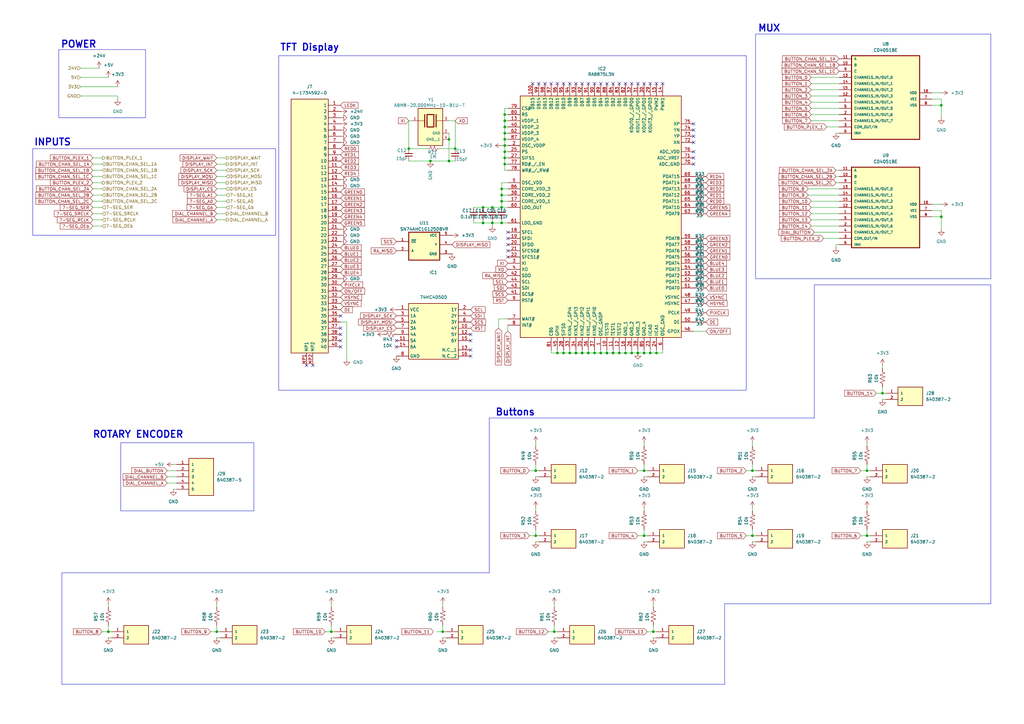
<source format=kicad_sch>
(kicad_sch (version 20231120) (generator "eeschema") (generator_version "8.0")
  (paper "A3")
  (junction (at 184.15 57.15))
  (junction (at 238.76 144.78))
  (junction (at 264.16 144.78))
  (junction (at 44.45 259.08))
  (junction (at 269.24 144.78))
  (junction (at 227.33 259.08))
  (junction (at 256.54 144.78))
  (junction (at 205.74 85.09))
  (junction (at 88.9 259.08))
  (junction (at 135.89 259.08))
  (junction (at 205.74 91.44))
  (junction (at 186.69 60.96))
  (junction (at 386.08 88.9))
  (junction (at 266.7 144.78))
  (junction (at 264.16 219.71))
  (junction (at 201.93 91.44))
  (junction (at 355.6 219.71))
  (junction (at 207.01 54.61))
  (junction (at 207.01 67.31))
  (junction (at 205.74 77.47))
  (junction (at 248.92 144.78))
  (junction (at 207.01 49.53))
  (junction (at 207.01 64.77))
  (junction (at 241.3 144.78))
  (junction (at 259.08 144.78))
  (junction (at 207.01 62.23))
  (junction (at 308.61 219.71))
  (junction (at 251.46 144.78))
  (junction (at 201.93 85.09))
  (junction (at 184.15 66.04))
  (junction (at 207.01 57.15))
  (junction (at 243.84 144.78))
  (junction (at 207.01 46.99))
  (junction (at 361.95 161.29))
  (junction (at 267.97 259.08))
  (junction (at 355.6 193.04))
  (junction (at 198.12 91.44))
  (junction (at 236.22 144.78))
  (junction (at 261.62 144.78))
  (junction (at 246.38 144.78))
  (junction (at 228.6 144.78))
  (junction (at 205.74 80.01))
  (junction (at 207.01 59.69))
  (junction (at 264.16 193.04))
  (junction (at 207.01 52.07))
  (junction (at 254 144.78))
  (junction (at 308.61 193.04))
  (junction (at 181.61 259.08))
  (junction (at 386.08 43.18))
  (junction (at 233.68 144.78))
  (junction (at 231.14 144.78))
  (junction (at 198.12 85.09))
  (junction (at 219.71 193.04))
  (junction (at 167.64 60.96))
  (junction (at 176.53 66.04))
  (junction (at 219.71 219.71))
  (junction (at 205.74 82.55))
  (no_connect (at 248.92 34.29))
  (no_connect (at 254 34.29))
  (no_connect (at 208.28 105.41))
  (no_connect (at 193.04 139.7))
  (no_connect (at 231.14 34.29))
  (no_connect (at 284.48 58.42))
  (no_connect (at 139.7 142.24))
  (no_connect (at 261.62 34.29))
  (no_connect (at 228.6 34.29))
  (no_connect (at 284.48 67.31))
  (no_connect (at 284.48 55.88))
  (no_connect (at 241.3 34.29))
  (no_connect (at 259.08 34.29))
  (no_connect (at 162.56 139.7))
  (no_connect (at 238.76 34.29))
  (no_connect (at 284.48 62.23))
  (no_connect (at 284.48 53.34))
  (no_connect (at 208.28 97.79))
  (no_connect (at 193.04 146.05))
  (no_connect (at 233.68 34.29))
  (no_connect (at 208.28 100.33))
  (no_connect (at 162.56 142.24))
  (no_connect (at 243.84 34.29))
  (no_connect (at 223.52 34.29))
  (no_connect (at 139.7 139.7))
  (no_connect (at 208.28 95.25))
  (no_connect (at 125.73 149.86))
  (no_connect (at 271.78 34.29))
  (no_connect (at 269.24 34.29))
  (no_connect (at 264.16 34.29))
  (no_connect (at 218.44 34.29))
  (no_connect (at 284.48 50.8))
  (no_connect (at 208.28 102.87))
  (no_connect (at 139.7 129.54))
  (no_connect (at 266.7 34.29))
  (no_connect (at 236.22 34.29))
  (no_connect (at 139.7 134.62))
  (no_connect (at 193.04 143.51))
  (no_connect (at 246.38 34.29))
  (no_connect (at 226.06 34.29))
  (no_connect (at 256.54 34.29))
  (no_connect (at 284.48 64.77))
  (no_connect (at 251.46 34.29))
  (no_connect (at 139.7 137.16))
  (no_connect (at 193.04 137.16))
  (no_connect (at 128.27 149.86))
  (no_connect (at 220.98 34.29))
  (wire (pts (xy 205.74 59.69) (xy 207.01 59.69)))
  (wire (pts (xy 41.91 259.08) (xy 44.45 259.08)))
  (wire (pts (xy 207.01 57.15) (xy 207.01 59.69)))
  (wire (pts (xy 331.47 80.01) (xy 344.17 80.01)))
  (wire (pts (xy 267.97 256.54) (xy 267.97 259.08)))
  (wire (pts (xy 92.71 64.77) (xy 88.9 64.77)))
  (wire (pts (xy 41.91 67.31) (xy 38.1 67.31)))
  (wire (pts (xy 207.01 57.15) (xy 208.28 57.15)))
  (wire (pts (xy 33.02 39.37) (xy 48.26 39.37)))
  (wire (pts (xy 382.27 38.1) (xy 386.08 38.1)))
  (wire (pts (xy 309.88 193.04) (xy 308.61 193.04)))
  (wire (pts (xy 205.74 77.47) (xy 205.74 80.01)))
  (wire (pts (xy 332.74 34.29) (xy 344.17 34.29)))
  (wire (pts (xy 306.07 219.71) (xy 308.61 219.71)))
  (wire (pts (xy 208.28 135.89) (xy 208.28 133.35)))
  (wire (pts (xy 217.17 219.71) (xy 219.71 219.71)))
  (wire (pts (xy 180.34 60.96) (xy 186.69 60.96)))
  (wire (pts (xy 167.64 49.53) (xy 168.91 49.53)))
  (wire (pts (xy 92.71 87.63) (xy 88.9 87.63)))
  (wire (pts (xy 137.16 259.08) (xy 135.89 259.08)))
  (wire (pts (xy 386.08 48.26) (xy 386.08 43.18)))
  (polyline (pts (xy 406.4 171.45) (xy 406.4 116.84)))
  (wire (pts (xy 205.74 80.01) (xy 205.74 82.55)))
  (wire (pts (xy 308.61 217.17) (xy 308.61 219.71)))
  (wire (pts (xy 361.95 149.86) (xy 361.95 151.13)))
  (wire (pts (xy 355.6 217.17) (xy 355.6 219.71)))
  (wire (pts (xy 228.6 143.51) (xy 228.6 144.78)))
  (wire (pts (xy 386.08 40.64) (xy 386.08 43.18)))
  (wire (pts (xy 363.22 161.29) (xy 361.95 161.29)))
  (wire (pts (xy 236.22 144.78) (xy 233.68 144.78)))
  (wire (pts (xy 133.35 259.08) (xy 135.89 259.08)))
  (wire (pts (xy 41.91 87.63) (xy 38.1 87.63)))
  (wire (pts (xy 205.74 90.17) (xy 205.74 91.44)))
  (wire (pts (xy 184.15 66.04) (xy 186.69 66.04)))
  (wire (pts (xy 356.87 219.71) (xy 355.6 219.71)))
  (wire (pts (xy 308.61 195.58) (xy 309.88 195.58)))
  (wire (pts (xy 251.46 144.78) (xy 254 144.78)))
  (wire (pts (xy 33.02 31.75) (xy 44.45 31.75)))
  (wire (pts (xy 271.78 144.78) (xy 269.24 144.78)))
  (wire (pts (xy 386.08 93.98) (xy 386.08 88.9)))
  (wire (pts (xy 176.53 66.04) (xy 184.15 66.04)))
  (wire (pts (xy 41.91 82.55) (xy 38.1 82.55)))
  (wire (pts (xy 68.58 195.58) (xy 72.39 195.58)))
  (wire (pts (xy 41.91 80.01) (xy 38.1 80.01)))
  (wire (pts (xy 382.27 86.36) (xy 386.08 86.36)))
  (wire (pts (xy 184.15 57.15) (xy 184.15 66.04)))
  (wire (pts (xy 220.98 219.71) (xy 219.71 219.71)))
  (wire (pts (xy 179.07 259.08) (xy 181.61 259.08)))
  (wire (pts (xy 205.74 91.44) (xy 201.93 91.44)))
  (wire (pts (xy 265.43 219.71) (xy 264.16 219.71)))
  (wire (pts (xy 355.6 208.28) (xy 355.6 209.55)))
  (wire (pts (xy 68.58 193.04) (xy 72.39 193.04)))
  (wire (pts (xy 233.68 144.78) (xy 233.68 143.51)))
  (wire (pts (xy 265.43 193.04) (xy 264.16 193.04)))
  (wire (pts (xy 332.74 92.71) (xy 344.17 92.71)))
  (wire (pts (xy 261.62 193.04) (xy 264.16 193.04)))
  (wire (pts (xy 88.9 256.54) (xy 88.9 259.08)))
  (wire (pts (xy 198.12 90.17) (xy 198.12 91.44)))
  (wire (pts (xy 332.74 49.53) (xy 344.17 49.53)))
  (polyline (pts (xy 406.4 247.65) (xy 406.4 171.45)))
  (polyline (pts (xy 200.66 234.95) (xy 25.4 234.95)))
  (wire (pts (xy 353.06 193.04) (xy 355.6 193.04)))
  (wire (pts (xy 205.74 82.55) (xy 205.74 85.09)))
  (wire (pts (xy 207.01 67.31) (xy 207.01 64.77)))
  (wire (pts (xy 248.92 143.51) (xy 248.92 144.78)))
  (wire (pts (xy 241.3 144.78) (xy 238.76 144.78)))
  (wire (pts (xy 167.64 60.96) (xy 175.26 60.96)))
  (wire (pts (xy 332.74 36.83) (xy 344.17 36.83)))
  (wire (pts (xy 207.01 52.07) (xy 207.01 54.61)))
  (wire (pts (xy 208.28 49.53) (xy 207.01 49.53)))
  (wire (pts (xy 44.45 256.54) (xy 44.45 259.08)))
  (wire (pts (xy 308.61 190.5) (xy 308.61 193.04)))
  (wire (pts (xy 309.88 219.71) (xy 308.61 219.71)))
  (wire (pts (xy 86.36 259.08) (xy 88.9 259.08)))
  (wire (pts (xy 342.9 74.93) (xy 344.17 74.93)))
  (wire (pts (xy 334.01 95.25) (xy 344.17 95.25)))
  (wire (pts (xy 88.9 261.62) (xy 90.17 261.62)))
  (wire (pts (xy 308.61 181.61) (xy 308.61 182.88)))
  (wire (pts (xy 342.9 100.33) (xy 344.17 100.33)))
  (wire (pts (xy 266.7 143.51) (xy 266.7 144.78)))
  (wire (pts (xy 332.74 41.91) (xy 344.17 41.91)))
  (wire (pts (xy 332.74 90.17) (xy 344.17 90.17)))
  (wire (pts (xy 181.61 261.62) (xy 182.88 261.62)))
  (wire (pts (xy 332.74 46.99) (xy 344.17 46.99)))
  (wire (pts (xy 256.54 143.51) (xy 256.54 144.78)))
  (wire (pts (xy 269.24 143.51) (xy 269.24 144.78)))
  (wire (pts (xy 382.27 43.18) (xy 386.08 43.18)))
  (wire (pts (xy 264.16 181.61) (xy 264.16 182.88)))
  (wire (pts (xy 246.38 144.78) (xy 243.84 144.78)))
  (wire (pts (xy 332.74 44.45) (xy 344.17 44.45)))
  (wire (pts (xy 243.84 144.78) (xy 241.3 144.78)))
  (wire (pts (xy 45.72 259.08) (xy 44.45 259.08)))
  (wire (pts (xy 308.61 208.28) (xy 308.61 209.55)))
  (wire (pts (xy 205.74 85.09) (xy 201.93 85.09)))
  (wire (pts (xy 386.08 86.36) (xy 386.08 88.9)))
  (wire (pts (xy 201.93 91.44) (xy 201.93 92.71)))
  (wire (pts (xy 44.45 247.65) (xy 44.45 248.92)))
  (wire (pts (xy 382.27 40.64) (xy 386.08 40.64)))
  (wire (pts (xy 256.54 144.78) (xy 259.08 144.78)))
  (wire (pts (xy 231.14 143.51) (xy 231.14 144.78)))
  (wire (pts (xy 254 143.51) (xy 254 144.78)))
  (wire (pts (xy 92.71 77.47) (xy 88.9 77.47)))
  (wire (pts (xy 289.56 135.89) (xy 284.48 135.89)))
  (wire (pts (xy 342.9 69.85) (xy 344.17 69.85)))
  (wire (pts (xy 269.24 259.08) (xy 267.97 259.08)))
  (wire (pts (xy 207.01 69.85) (xy 207.01 67.31)))
  (polyline (pts (xy 25.4 280.67) (xy 297.18 280.67)))
  (wire (pts (xy 361.95 158.75) (xy 361.95 161.29)))
  (wire (pts (xy 331.47 77.47) (xy 344.17 77.47)))
  (polyline (pts (xy 200.66 171.45) (xy 200.66 234.95)))
  (wire (pts (xy 88.9 247.65) (xy 88.9 248.92)))
  (wire (pts (xy 259.08 143.51) (xy 259.08 144.78)))
  (wire (pts (xy 267.97 261.62) (xy 269.24 261.62)))
  (wire (pts (xy 271.78 143.51) (xy 271.78 144.78)))
  (wire (pts (xy 208.28 54.61) (xy 207.01 54.61)))
  (wire (pts (xy 337.82 97.79) (xy 344.17 97.79)))
  (wire (pts (xy 92.71 72.39) (xy 88.9 72.39)))
  (wire (pts (xy 208.28 67.31) (xy 207.01 67.31)))
  (wire (pts (xy 236.22 144.78) (xy 236.22 143.51)))
  (wire (pts (xy 135.89 256.54) (xy 135.89 259.08)))
  (wire (pts (xy 342.9 72.39) (xy 344.17 72.39)))
  (wire (pts (xy 219.71 195.58) (xy 220.98 195.58)))
  (wire (pts (xy 264.16 143.51) (xy 264.16 144.78)))
  (wire (pts (xy 264.16 222.25) (xy 265.43 222.25)))
  (wire (pts (xy 359.41 161.29) (xy 361.95 161.29)))
  (wire (pts (xy 261.62 219.71) (xy 264.16 219.71)))
  (wire (pts (xy 219.71 181.61) (xy 219.71 182.88)))
  (wire (pts (xy 92.71 90.17) (xy 88.9 90.17)))
  (wire (pts (xy 186.69 49.53) (xy 186.69 60.96)))
  (wire (pts (xy 220.98 193.04) (xy 219.71 193.04)))
  (wire (pts (xy 217.17 193.04) (xy 219.71 193.04)))
  (wire (pts (xy 205.74 85.09) (xy 208.28 85.09)))
  (wire (pts (xy 41.91 77.47) (xy 38.1 77.47)))
  (wire (pts (xy 33.02 27.94) (xy 40.64 27.94)))
  (wire (pts (xy 266.7 144.78) (xy 264.16 144.78)))
  (wire (pts (xy 41.91 72.39) (xy 38.1 72.39)))
  (wire (pts (xy 207.01 59.69) (xy 207.01 62.23)))
  (wire (pts (xy 227.33 256.54) (xy 227.33 259.08)))
  (wire (pts (xy 92.71 85.09) (xy 88.9 85.09)))
  (wire (pts (xy 207.01 62.23) (xy 208.28 62.23)))
  (wire (pts (xy 205.74 74.93) (xy 205.74 77.47)))
  (wire (pts (xy 92.71 74.93) (xy 88.9 74.93)))
  (wire (pts (xy 332.74 39.37) (xy 344.17 39.37)))
  (wire (pts (xy 44.45 261.62) (xy 45.72 261.62)))
  (wire (pts (xy 248.92 144.78) (xy 246.38 144.78)))
  (wire (pts (xy 355.6 181.61) (xy 355.6 182.88)))
  (wire (pts (xy 135.89 247.65) (xy 135.89 248.92)))
  (wire (pts (xy 207.01 49.53) (xy 207.01 46.99)))
  (wire (pts (xy 90.17 259.08) (xy 88.9 259.08)))
  (wire (pts (xy 224.79 259.08) (xy 227.33 259.08)))
  (wire (pts (xy 342.9 54.61) (xy 344.17 54.61)))
  (wire (pts (xy 264.16 190.5) (xy 264.16 193.04)))
  (wire (pts (xy 332.74 85.09) (xy 344.17 85.09)))
  (wire (pts (xy 265.43 259.08) (xy 267.97 259.08)))
  (wire (pts (xy 182.88 259.08) (xy 181.61 259.08)))
  (wire (pts (xy 264.16 208.28) (xy 264.16 209.55)))
  (wire (pts (xy 332.74 82.55) (xy 344.17 82.55)))
  (wire (pts (xy 228.6 144.78) (xy 231.14 144.78)))
  (wire (pts (xy 207.01 49.53) (xy 207.01 52.07)))
  (polyline (pts (xy 297.18 280.67) (xy 297.18 247.65)))
  (wire (pts (xy 41.91 92.71) (xy 38.1 92.71)))
  (wire (pts (xy 142.24 132.08) (xy 139.7 132.08)))
  (wire (pts (xy 207.01 46.99) (xy 208.28 46.99)))
  (wire (pts (xy 264.16 144.78) (xy 261.62 144.78)))
  (wire (pts (xy 246.38 143.51) (xy 246.38 144.78)))
  (wire (pts (xy 201.93 85.09) (xy 198.12 85.09)))
  (wire (pts (xy 167.64 60.96) (xy 167.64 49.53)))
  (wire (pts (xy 135.89 261.62) (xy 137.16 261.62)))
  (wire (pts (xy 198.12 85.09) (xy 194.31 85.09)))
  (wire (pts (xy 219.71 217.17) (xy 219.71 219.71)))
  (wire (pts (xy 264.16 195.58) (xy 265.43 195.58)))
  (wire (pts (xy 207.01 54.61) (xy 207.01 57.15)))
  (wire (pts (xy 92.71 80.01) (xy 88.9 80.01)))
  (wire (pts (xy 227.33 261.62) (xy 228.6 261.62)))
  (wire (pts (xy 261.62 143.51) (xy 261.62 144.78)))
  (wire (pts (xy 306.07 193.04) (xy 308.61 193.04)))
  (wire (pts (xy 254 144.78) (xy 256.54 144.78)))
  (wire (pts (xy 264.16 217.17) (xy 264.16 219.71)))
  (wire (pts (xy 241.3 144.78) (xy 241.3 143.51)))
  (wire (pts (xy 184.15 54.61) (xy 184.15 57.15)))
  (wire (pts (xy 41.91 64.77) (xy 38.1 64.77)))
  (wire (pts (xy 269.24 144.78) (xy 266.7 144.78)))
  (wire (pts (xy 198.12 91.44) (xy 194.31 91.44)))
  (wire (pts (xy 41.91 69.85) (xy 38.1 69.85)))
  (wire (pts (xy 308.61 222.25) (xy 309.88 222.25)))
  (wire (pts (xy 207.01 62.23) (xy 207.01 64.77)))
  (wire (pts (xy 204.47 130.81) (xy 208.28 130.81)))
  (wire (pts (xy 251.46 143.51) (xy 251.46 144.78)))
  (wire (pts (xy 355.6 195.58) (xy 356.87 195.58)))
  (wire (pts (xy 204.47 130.81) (xy 204.47 134.62)))
  (wire (pts (xy 339.09 52.07) (xy 344.17 52.07)))
  (wire (pts (xy 355.6 222.25) (xy 356.87 222.25)))
  (wire (pts (xy 342.9 101.6) (xy 342.9 100.33)))
  (wire (pts (xy 219.71 222.25) (xy 220.98 222.25)))
  (wire (pts (xy 219.71 190.5) (xy 219.71 193.04)))
  (wire (pts (xy 259.08 144.78) (xy 261.62 144.78)))
  (wire (pts (xy 181.61 247.65) (xy 181.61 248.92)))
  (wire (pts (xy 208.28 74.93) (xy 205.74 74.93)))
  (wire (pts (xy 142.24 132.08) (xy 142.24 147.32)))
  (wire (pts (xy 205.74 82.55) (xy 208.28 82.55)))
  (wire (pts (xy 207.01 44.45) (xy 208.28 44.45)))
  (wire (pts (xy 92.71 69.85) (xy 88.9 69.85)))
  (wire (pts (xy 207.01 52.07) (xy 208.28 52.07)))
  (wire (pts (xy 219.71 208.28) (xy 219.71 209.55)))
  (wire (pts (xy 208.28 77.47) (xy 205.74 77.47)))
  (wire (pts (xy 243.84 144.78) (xy 243.84 143.51)))
  (wire (pts (xy 208.28 69.85) (xy 207.01 69.85)))
  (wire (pts (xy 382.27 88.9) (xy 386.08 88.9)))
  (wire (pts (xy 228.6 144.78) (xy 226.06 144.78)))
  (wire (pts (xy 41.91 90.17) (xy 38.1 90.17)))
  (polyline (pts (xy 25.4 236.22) (xy 25.4 280.67)))
  (polyline (pts (xy 25.4 234.95) (xy 25.4 236.22)))
  (wire (pts (xy 332.74 31.75) (xy 344.17 31.75)))
  (wire (pts (xy 68.58 198.12) (xy 72.39 198.12)))
  (wire (pts (xy 176.53 66.04) (xy 167.64 66.04)))
  (wire (pts (xy 228.6 259.08) (xy 227.33 259.08)))
  (polyline (pts (xy 297.18 247.65) (xy 406.4 247.65)))
  (wire (pts (xy 184.15 49.53) (xy 186.69 49.53)))
  (wire (pts (xy 231.14 144.78) (xy 233.68 144.78)))
  (wire (pts (xy 248.92 144.78) (xy 251.46 144.78)))
  (wire (pts (xy 92.71 67.31) (xy 88.9 67.31)))
  (wire (pts (xy 41.91 85.09) (xy 38.1 85.09)))
  (wire (pts (xy 353.06 219.71) (xy 355.6 219.71)))
  (wire (pts (xy 48.26 39.37) (xy 48.26 40.64)))
  (wire (pts (xy 207.01 59.69) (xy 208.28 59.69)))
  (polyline (pts (xy 334.01 116.84) (xy 334.01 171.45)))
  (wire (pts (xy 226.06 144.78) (xy 226.06 143.51)))
  (wire (pts (xy 71.12 200.66) (xy 72.39 200.66)))
  (wire (pts (xy 361.95 163.83) (xy 363.22 163.83)))
  (wire (pts (xy 71.12 190.5) (xy 72.39 190.5)))
  (wire (pts (xy 205.74 80.01) (xy 208.28 80.01)))
  (polyline (pts (xy 200.66 171.45) (xy 334.01 171.45)))
  (wire (pts (xy 238.76 144.78) (xy 236.22 144.78)))
  (wire (pts (xy 207.01 64.77) (xy 208.28 64.77)))
  (wire (pts (xy 92.71 82.55) (xy 88.9 82.55)))
  (wire (pts (xy 332.74 87.63) (xy 344.17 87.63)))
  (wire (pts (xy 355.6 190.5) (xy 355.6 193.04)))
  (wire (pts (xy 382.27 83.82) (xy 386.08 83.82)))
  (wire (pts (xy 194.31 91.44) (xy 194.31 90.17)))
  (wire (pts (xy 267.97 247.65) (xy 267.97 248.92)))
  (wire (pts (xy 356.87 193.04) (xy 355.6 193.04)))
  (wire (pts (xy 238.76 144.78) (xy 238.76 143.51)))
  (wire (pts (xy 181.61 256.54) (xy 181.61 259.08)))
  (wire (pts (xy 33.02 35.56) (xy 48.26 35.56)))
  (wire (pts (xy 198.12 91.44) (xy 201.93 91.44)))
  (wire (pts (xy 41.91 74.93) (xy 38.1 74.93)))
  (polyline (pts (xy 406.4 116.84) (xy 334.01 116.84)))
  (wire (pts (xy 207.01 46.99) (xy 207.01 44.45)))
  (wire (pts (xy 208.28 91.44) (xy 205.74 91.44)))
  (wire (pts (xy 201.93 90.17) (xy 201.93 91.44)))
  (wire (pts (xy 227.33 247.65) (xy 227.33 248.92)))
  (rectangle (start 49.53 181.61) (end 104.14 209.55))
  (rectangle (start 309.88 13.97) (end 406.4 114.3))
  (rectangle (start 24.13 20.32) (end 59.69 48.26))
  (rectangle (start 114.3 22.86) (end 306.07 160.02))
  (rectangle (start 13.462 60.96) (end 113.03 96.52))
  (text "INPUTS" (at 21.59 58.42 0) (effects (font (size 2.794 2.794) (thickness 0.508) (bold yes))))
  (text "POWER\n" (at 32.258 18.288 0) (effects (font (size 2.794 2.794) (thickness 0.508) (bold yes))))
  (text "ROTARY ENCODER" (at 56.642 178.308 0) (effects (font (size 2.794 2.794) (thickness 0.508) (bold yes))))
  (text "TFT Display" (at 127 19.558 0) (effects (font (size 2.794 2.794) (thickness 0.508) (bold yes))))
  (text "MUX" (at 315.468 11.684 0) (effects (font (size 2.794 2.794) (thickness 0.508) (bold yes))))
  (text "Buttons" (at 211.328 169.164 0) (effects (font (size 2.794 2.794) (thickness 0.508) (bold yes))))
  (global_label "RED0" (shape input) (at 139.7 60.96 0) (property "Intersheetrefs" "${INTERSHEET_REFS}" (effects (hide yes))))
  (global_label "7-SEG_A1" (shape input) (at 88.9 80.01 180) (property "Intersheetrefs" "${INTERSHEET_REFS}" (effects (hide yes))))
  (global_label "RST" (shape input) (at 208.28 123.19 180) (property "Intersheetrefs" "${INTERSHEET_REFS}" (effects (hide yes))))
  (global_label "BUTTON_6" (shape input) (at 353.06 219.71 180) (property "Intersheetrefs" "${INTERSHEET_REFS}" (effects (hide yes))))
  (global_label "ON{slash}OFF" (shape input) (at 289.56 135.89 0) (property "Intersheetrefs" "${INTERSHEET_REFS}" (effects (hide yes))))
  (global_label "RED0" (shape input) (at 289.56 82.55 0) (property "Intersheetrefs" "${INTERSHEET_REFS}" (effects (hide yes))))
  (global_label "GREEN2" (shape input) (at 139.7 83.82 0) (property "Intersheetrefs" "${INTERSHEET_REFS}" (effects (hide yes))))
  (global_label "DIAL_CHANNEL_A" (shape input) (at 68.58 198.12 180) (property "Intersheetrefs" "${INTERSHEET_REFS}" (effects (hide yes))))
  (global_label "SCS" (shape input) (at 162.56 99.06 180) (property "Intersheetrefs" "${INTERSHEET_REFS}" (effects (hide yes))))
  (global_label "DISPLAY_MISO" (shape input) (at 185.42 100.33 0) (property "Intersheetrefs" "${INTERSHEET_REFS}" (effects (hide yes))))
  (global_label "DISPLAY_MOSI" (shape input) (at 88.9 72.39 180) (property "Intersheetrefs" "${INTERSHEET_REFS}" (effects (hide yes))))
  (global_label "BUTTON_8" (shape input) (at 331.47 77.47 180) (property "Intersheetrefs" "${INTERSHEET_REFS}" (effects (hide yes))))
  (global_label "DIAL_CHANNEL_B" (shape input) (at 68.58 195.58 180) (property "Intersheetrefs" "${INTERSHEET_REFS}" (effects (hide yes))))
  (global_label "BUTTON_1" (shape input) (at 261.62 193.04 180) (property "Intersheetrefs" "${INTERSHEET_REFS}" (effects (hide yes))))
  (global_label "DISPLAY_MISO" (shape input) (at 88.9 74.93 180) (property "Intersheetrefs" "${INTERSHEET_REFS}" (effects (hide yes))))
  (global_label "LEDK" (shape input) (at 139.7 43.18 0) (property "Intersheetrefs" "${INTERSHEET_REFS}" (effects (hide yes))))
  (global_label "BUTTON_7" (shape input) (at 332.74 49.53 180) (property "Intersheetrefs" "${INTERSHEET_REFS}" (effects (hide yes))))
  (global_label "7-SEG_SRCLK" (shape input) (at 38.1 87.63 180) (property "Intersheetrefs" "${INTERSHEET_REFS}" (effects (hide yes))))
  (global_label "BUTTON_6" (shape input) (at 332.74 46.99 180) (property "Intersheetrefs" "${INTERSHEET_REFS}" (effects (hide yes))))
  (global_label "BLUE3" (shape input) (at 139.7 109.22 0) (property "Intersheetrefs" "${INTERSHEET_REFS}" (effects (hide yes))))
  (global_label "BLUE0" (shape input) (at 139.7 101.6 0) (property "Intersheetrefs" "${INTERSHEET_REFS}" (effects (hide yes))))
  (global_label "BUTTON_CHAN_SEL_1C" (shape input) (at 344.17 29.21 180) (property "Intersheetrefs" "${INTERSHEET_REFS}" (effects (hide yes))))
  (global_label "DISPLAY_CS" (shape input) (at 88.9 77.47 180) (property "Intersheetrefs" "${INTERSHEET_REFS}" (effects (hide yes))))
  (global_label "XO" (shape input) (at 186.69 49.53 0) (property "Intersheetrefs" "${INTERSHEET_REFS}" (effects (hide yes))))
  (global_label "BUTTON_12" (shape input) (at 332.74 87.63 180) (property "Intersheetrefs" "${INTERSHEET_REFS}" (effects (hide yes))))
  (global_label "BLUE0" (shape input) (at 289.56 118.11 0) (property "Intersheetrefs" "${INTERSHEET_REFS}" (effects (hide yes))))
  (global_label "BLUE4" (shape input) (at 289.56 107.95 0) (property "Intersheetrefs" "${INTERSHEET_REFS}" (effects (hide yes))))
  (global_label "DE" (shape input) (at 139.7 127 0) (property "Intersheetrefs" "${INTERSHEET_REFS}" (effects (hide yes))))
  (global_label "BUTTON_7" (shape input) (at 353.06 193.04 180) (property "Intersheetrefs" "${INTERSHEET_REFS}" (effects (hide yes))))
  (global_label "RA_MISO" (shape input) (at 208.28 113.03 180) (property "Intersheetrefs" "${INTERSHEET_REFS}" (effects (hide yes))))
  (global_label "BUTTON_PLEX_2" (shape input) (at 38.1 74.93 180) (property "Intersheetrefs" "${INTERSHEET_REFS}" (effects (hide yes))))
  (global_label "RED3" (shape input) (at 139.7 68.58 0) (property "Intersheetrefs" "${INTERSHEET_REFS}" (effects (hide yes))))
  (global_label "BUTTON_2" (shape input) (at 306.07 193.04 180) (property "Intersheetrefs" "${INTERSHEET_REFS}" (effects (hide yes))))
  (global_label "GREEN3" (shape input) (at 289.56 97.79 0) (property "Intersheetrefs" "${INTERSHEET_REFS}" (effects (hide yes))))
  (global_label "BUTTON_10" (shape input) (at 133.35 259.08 180) (property "Intersheetrefs" "${INTERSHEET_REFS}" (effects (hide yes))))
  (global_label "BUTTON_CHAN_SEL_2A" (shape input) (at 38.1 77.47 180) (property "Intersheetrefs" "${INTERSHEET_REFS}" (effects (hide yes))))
  (global_label "DIAL_BUTTON" (shape input) (at 334.01 95.25 180) (property "Intersheetrefs" "${INTERSHEET_REFS}" (effects (hide yes))))
  (global_label "7-SEG_A0" (shape input) (at 88.9 82.55 180) (property "Intersheetrefs" "${INTERSHEET_REFS}" (effects (hide yes))))
  (global_label "GREEN1" (shape input) (at 289.56 102.87 0) (property "Intersheetrefs" "${INTERSHEET_REFS}" (effects (hide yes))))
  (global_label "HSYNC" (shape input) (at 139.7 121.92 0) (property "Intersheetrefs" "${INTERSHEET_REFS}" (effects (hide yes))))
  (global_label "VSYNC" (shape input) (at 139.7 124.46 0) (property "Intersheetrefs" "${INTERSHEET_REFS}" (effects (hide yes))))
  (global_label "BUTTON_0" (shape input) (at 217.17 193.04 180) (property "Intersheetrefs" "${INTERSHEET_REFS}" (effects (hide yes))))
  (global_label "SDI" (shape input) (at 208.28 118.11 180) (property "Intersheetrefs" "${INTERSHEET_REFS}" (effects (hide yes))))
  (global_label "BUTTON_4" (shape input) (at 332.74 41.91 180) (property "Intersheetrefs" "${INTERSHEET_REFS}" (effects (hide yes))))
  (global_label "DISPLAY_INT" (shape input) (at 88.9 67.31 180) (property "Intersheetrefs" "${INTERSHEET_REFS}" (effects (hide yes))))
  (global_label "BLUE1" (shape input) (at 289.56 115.57 0) (property "Intersheetrefs" "${INTERSHEET_REFS}" (effects (hide yes))))
  (global_label "SCS" (shape input) (at 193.04 132.08 0) (property "Intersheetrefs" "${INTERSHEET_REFS}" (effects (hide yes))))
  (global_label "RED2" (shape input) (at 289.56 77.47 0) (property "Intersheetrefs" "${INTERSHEET_REFS}" (effects (hide yes))))
  (global_label "DIAL_CHANNEL_B" (shape input) (at 88.9 87.63 180) (property "Intersheetrefs" "${INTERSHEET_REFS}" (effects (hide yes))))
  (global_label "BUTTON_5" (shape input) (at 332.74 44.45 180) (property "Intersheetrefs" "${INTERSHEET_REFS}" (effects (hide yes))))
  (global_label "VSYNC" (shape input) (at 289.56 121.92 0) (property "Intersheetrefs" "${INTERSHEET_REFS}" (effects (hide yes))))
  (global_label "XO" (shape input) (at 208.28 110.49 180) (property "Intersheetrefs" "${INTERSHEET_REFS}" (effects (hide yes))))
  (global_label "BUTTON_PLEX_1" (shape input) (at 339.09 52.07 180) (property "Intersheetrefs" "${INTERSHEET_REFS}" (effects (hide yes))))
  (global_label "GREEN3" (shape input) (at 139.7 86.36 0) (property "Intersheetrefs" "${INTERSHEET_REFS}" (effects (hide yes))))
  (global_label "BLUE2" (shape input) (at 139.7 106.68 0) (property "Intersheetrefs" "${INTERSHEET_REFS}" (effects (hide yes))))
  (global_label "DIAL_BUTTON" (shape input) (at 68.58 193.04 180) (property "Intersheetrefs" "${INTERSHEET_REFS}" (effects (hide yes))))
  (global_label "BUTTON_13" (shape input) (at 332.74 90.17 180) (property "Intersheetrefs" "${INTERSHEET_REFS}" (effects (hide yes))))
  (global_label "BUTTON_CHAN_SEL_1C" (shape input) (at 38.1 72.39 180) (property "Intersheetrefs" "${INTERSHEET_REFS}" (effects (hide yes))))
  (global_label "BUTTON_11" (shape input) (at 332.74 85.09 180) (property "Intersheetrefs" "${INTERSHEET_REFS}" (effects (hide yes))))
  (global_label "GREEN5" (shape input) (at 139.7 91.44 0) (property "Intersheetrefs" "${INTERSHEET_REFS}" (effects (hide yes))))
  (global_label "RED2" (shape input) (at 139.7 66.04 0) (property "Intersheetrefs" "${INTERSHEET_REFS}" (effects (hide yes))))
  (global_label "SCL" (shape input) (at 193.04 127 0) (property "Intersheetrefs" "${INTERSHEET_REFS}" (effects (hide yes))))
  (global_label "BUTTON_CHAN_SEL_2C" (shape input) (at 342.9 74.93 180) (property "Intersheetrefs" "${INTERSHEET_REFS}" (effects (hide yes))))
  (global_label "GREEN5" (shape input) (at 289.56 85.09 0) (property "Intersheetrefs" "${INTERSHEET_REFS}" (effects (hide yes))))
  (global_label "GREEN0" (shape input) (at 289.56 105.41 0) (property "Intersheetrefs" "${INTERSHEET_REFS}" (effects (hide yes))))
  (global_label "BUTTON_3" (shape input) (at 332.74 39.37 180) (property "Intersheetrefs" "${INTERSHEET_REFS}" (effects (hide yes))))
  (global_label "BUTTON_10" (shape input) (at 332.74 82.55 180) (property "Intersheetrefs" "${INTERSHEET_REFS}" (effects (hide yes))))
  (global_label "DE" (shape input) (at 289.56 132.08 0) (property "Intersheetrefs" "${INTERSHEET_REFS}" (effects (hide yes))))
  (global_label "7-SEG_OEb" (shape input) (at 38.1 92.71 180) (property "Intersheetrefs" "${INTERSHEET_REFS}" (effects (hide yes))))
  (global_label "BUTTON_CHAN_SEL_2A" (shape input) (at 342.9 69.85 180) (property "Intersheetrefs" "${INTERSHEET_REFS}" (effects (hide yes))))
  (global_label "GREEN1" (shape input) (at 139.7 81.28 0) (property "Intersheetrefs" "${INTERSHEET_REFS}" (effects (hide yes))))
  (global_label "BLUE1" (shape input) (at 139.7 104.14 0) (property "Intersheetrefs" "${INTERSHEET_REFS}" (effects (hide yes))))
  (global_label "BUTTON_11" (shape input) (at 177.8 259.08 180) (property "Intersheetrefs" "${INTERSHEET_REFS}" (effects (hide yes))))
  (global_label "BLUE2" (shape input) (at 289.56 113.03 0) (property "Intersheetrefs" "${INTERSHEET_REFS}" (effects (hide yes))))
  (global_label "SDI" (shape input) (at 193.04 129.54 0) (property "Intersheetrefs" "${INTERSHEET_REFS}" (effects (hide yes))))
  (global_label "BUTTON_2" (shape input) (at 332.74 36.83 180) (property "Intersheetrefs" "${INTERSHEET_REFS}" (effects (hide yes))))
  (global_label "RED3" (shape input) (at 289.56 74.93 0) (property "Intersheetrefs" "${INTERSHEET_REFS}" (effects (hide yes))))
  (global_label "BUTTON_CHAN_SEL_1B" (shape input) (at 38.1 69.85 180) (property "Intersheetrefs" "${INTERSHEET_REFS}" (effects (hide yes))))
  (global_label "BUTTON_3" (shape input) (at 217.17 219.71 180) (property "Intersheetrefs" "${INTERSHEET_REFS}" (effects (hide yes))))
  (global_label "BLUE4" (shape input) (at 139.7 111.76 0) (property "Intersheetrefs" "${INTERSHEET_REFS}" (effects (hide yes))))
  (global_label "HSYNC" (shape input) (at 289.56 124.46 0) (property "Intersheetrefs" "${INTERSHEET_REFS}" (effects (hide yes))))
  (global_label "SCS" (shape input) (at 208.28 120.65 180) (property "Intersheetrefs" "${INTERSHEET_REFS}" (effects (hide yes))))
  (global_label "SCL" (shape input) (at 208.28 115.57 180) (property "Intersheetrefs" "${INTERSHEET_REFS}" (effects (hide yes))))
  (global_label "XI" (shape input) (at 167.64 49.53 180) (property "Intersheetrefs" "${INTERSHEET_REFS}" (effects (hide yes))))
  (global_label "GREEN4" (shape input) (at 139.7 88.9 0) (property "Intersheetrefs" "${INTERSHEET_REFS}" (effects (hide yes))))
  (global_label "RED1" (shape input) (at 139.7 63.5 0) (property "Intersheetrefs" "${INTERSHEET_REFS}" (effects (hide yes))))
  (global_label "7-SEG_SER" (shape input) (at 38.1 85.09 180) (property "Intersheetrefs" "${INTERSHEET_REFS}" (effects (hide yes))))
  (global_label "BUTTON_CHAN_SEL_1B" (shape input) (at 344.17 26.67 180) (property "Intersheetrefs" "${INTERSHEET_REFS}" (effects (hide yes))))
  (global_label "BUTTON_CHAN_SEL_1A" (shape input) (at 344.17 24.13 180) (property "Intersheetrefs" "${INTERSHEET_REFS}" (effects (hide yes))))
  (global_label "BUTTON_13" (shape input) (at 265.43 259.08 180) (property "Intersheetrefs" "${INTERSHEET_REFS}" (effects (hide yes))))
  (global_label "GREEN0" (shape input) (at 139.7 78.74 0) (property "Intersheetrefs" "${INTERSHEET_REFS}" (effects (hide yes))))
  (global_label "RED1" (shape input) (at 289.56 80.01 0) (property "Intersheetrefs" "${INTERSHEET_REFS}" (effects (hide yes))))
  (global_label "BUTTON_PLEX_2" (shape input) (at 337.82 97.79 180) (property "Intersheetrefs" "${INTERSHEET_REFS}" (effects (hide yes))))
  (global_label "BUTTON_CHAN_SEL_2C" (shape input) (at 38.1 82.55 180) (property "Intersheetrefs" "${INTERSHEET_REFS}" (effects (hide yes))))
  (global_label "BUTTON_12" (shape input) (at 224.79 259.08 180) (property "Intersheetrefs" "${INTERSHEET_REFS}" (effects (hide yes))))
  (global_label "PIXCLK" (shape input) (at 139.7 116.84 0) (property "Intersheetrefs" "${INTERSHEET_REFS}" (effects (hide yes))))
  (global_label "BUTTON_1" (shape input) (at 332.74 34.29 180) (property "Intersheetrefs" "${INTERSHEET_REFS}" (effects (hide yes))))
  (global_label "ON{slash}OFF" (shape input) (at 139.7 119.38 0) (property "Intersheetrefs" "${INTERSHEET_REFS}" (effects (hide yes))))
  (global_label "BLUE3" (shape input) (at 289.56 110.49 0) (property "Intersheetrefs" "${INTERSHEET_REFS}" (effects (hide yes))))
  (global_label "RA_MISO" (shape input) (at 162.56 102.87 180) (property "Intersheetrefs" "${INTERSHEET_REFS}" (effects (hide yes))))
  (global_label "BUTTON_9" (shape input) (at 331.47 80.01 180) (property "Intersheetrefs" "${INTERSHEET_REFS}" (effects (hide yes))))
  (global_label "DISPLAY_WAIT" (shape input) (at 88.9 64.77 180) (property "Intersheetrefs" "${INTERSHEET_REFS}" (effects (hide yes))))
  (global_label "7-SEG_Gb" (shape input) (at 88.9 85.09 180) (property "Intersheetrefs" "${INTERSHEET_REFS}" (effects (hide yes))))
  (global_label "DISPLAY_SCK" (shape input) (at 88.9 69.85 180) (property "Intersheetrefs" "${INTERSHEET_REFS}" (effects (hide yes))))
  (global_label "DISPLAY_CS" (shape input) (at 162.56 134.62 180) (property "Intersheetrefs" "${INTERSHEET_REFS}" (effects (hide yes))))
  (global_label "BUTTON_PLEX_1" (shape input) (at 38.1 64.77 180) (property "Intersheetrefs" "${INTERSHEET_REFS}" (effects (hide yes))))
  (global_label "GREEN2" (shape input) (at 289.56 100.33 0) (property "Intersheetrefs" "${INTERSHEET_REFS}" (effects (hide yes))))
  (global_label "BUTTON_CHAN_SEL_2B" (shape input) (at 38.1 80.01 180) (property "Intersheetrefs" "${INTERSHEET_REFS}" (effects (hide yes))))
  (global_label "BUTTON_4" (shape input) (at 261.62 219.71 180) (property "Intersheetrefs" "${INTERSHEET_REFS}" (effects (hide yes))))
  (global_label "DISPLAY_MOSI" (shape input) (at 162.56 132.08 180) (property "Intersheetrefs" "${INTERSHEET_REFS}" (effects (hide yes))))
  (global_label "BUTTON_9" (shape input) (at 86.36 259.08 180) (property "Intersheetrefs" "${INTERSHEET_REFS}" (effects (hide yes))))
  (global_label "RED4" (shape input) (at 289.56 72.39 0) (property "Intersheetrefs" "${INTERSHEET_REFS}" (effects (hide yes))))
  (global_label "BUTTON_5" (shape input) (at 306.07 219.71 180) (property "Intersheetrefs" "${INTERSHEET_REFS}" (effects (hide yes))))
  (global_label "RED4" (shape input) (at 139.7 71.12 0) (property "Intersheetrefs" "${INTERSHEET_REFS}" (effects (hide yes))))
  (global_label "DISPLAY_INT" (shape input) (at 208.28 135.89 270) (property "Intersheetrefs" "${INTERSHEET_REFS}" (effects (hide yes))))
  (global_label "DIAL_CHANNEL_A" (shape input) (at 88.9 90.17 180) (property "Intersheetrefs" "${INTERSHEET_REFS}" (effects (hide yes))))
  (global_label "7-SEG_RCLK" (shape input) (at 38.1 90.17 180) (property "Intersheetrefs" "${INTERSHEET_REFS}" (effects (hide yes))))
  (global_label "BUTTON_14" (shape input) (at 359.41 161.29 180) (property "Intersheetrefs" "${INTERSHEET_REFS}" (effects (hide yes))))
  (global_label "XI" (shape input) (at 208.28 107.95 180) (property "Intersheetrefs" "${INTERSHEET_REFS}" (effects (hide yes))))
  (global_label "PIXCLK" (shape input) (at 289.56 128.27 0) (property "Intersheetrefs" "${INTERSHEET_REFS}" (effects (hide yes))))
  (global_label "GREEN4" (shape input) (at 289.56 87.63 0) (property "Intersheetrefs" "${INTERSHEET_REFS}" (effects (hide yes))))
  (global_label "BUTTON_14" (shape input) (at 332.74 92.71 180) (property "Intersheetrefs" "${INTERSHEET_REFS}" (effects (hide yes))))
  (global_label "BUTTON_8" (shape input) (at 41.91 259.08 180) (property "Intersheetrefs" "${INTERSHEET_REFS}" (effects (hide yes))))
  (global_label "DISPLAY_SCK" (shape input) (at 162.56 129.54 180) (property "Intersheetrefs" "${INTERSHEET_REFS}" (effects (hide yes))))
  (global_label "BUTTON_CHAN_SEL_2B" (shape input) (at 342.9 72.39 180) (property "Intersheetrefs" "${INTERSHEET_REFS}" (effects (hide yes))))
  (global_label "BUTTON_CHAN_SEL_1A" (shape input) (at 38.1 67.31 180) (property "Intersheetrefs" "${INTERSHEET_REFS}" (effects (hide yes))))
  (global_label "BUTTON_0" (shape input) (at 332.74 31.75 180) (property "Intersheetrefs" "${INTERSHEET_REFS}" (effects (hide yes))))
  (global_label "DISPLAY_WAIT" (shape input) (at 204.47 134.62 270) (property "Intersheetrefs" "${INTERSHEET_REFS}" (effects (hide yes))))
  (global_label "RST" (shape input) (at 193.04 134.62 0) (property "Intersheetrefs" "${INTERSHEET_REFS}" (effects (hide yes))))
  (hierarchical_label "DISPLAY_CS" (shape input) (at 92.71 77.47 0))
  (hierarchical_label "24V" (shape input) (at 33.02 27.94 180))
  (hierarchical_label "DIAL_CHANNEL_B" (shape output) (at 92.71 87.63 0))
  (hierarchical_label "7-SEG_RCLK" (shape input) (at 41.91 90.17 0))
  (hierarchical_label "DISPLAY_MOSI" (shape input) (at 92.71 72.39 0))
  (hierarchical_label "7-SEG_A1" (shape input) (at 92.71 80.01 0))
  (hierarchical_label "7-SEG_SRCLK" (shape input) (at 41.91 87.63 0))
  (hierarchical_label "DISPLAY_SCK" (shape input) (at 92.71 69.85 0))
  (hierarchical_label "7-SEG_OEb" (shape input) (at 41.91 92.71 0))
  (hierarchical_label "7-SEG_SER" (shape input) (at 41.91 85.09 0))
  (hierarchical_label "DISPLAY_WAIT" (shape output) (at 92.71 64.77 0))
  (hierarchical_label "BUTTON_CHAN_SEL_1B" (shape input) (at 41.91 69.85 0))
  (hierarchical_label "3V3" (shape input) (at 33.02 35.56 180))
  (hierarchical_label "BUTTON_CHAN_SEL_1C" (shape input) (at 41.91 72.39 0))
  (hierarchical_label "7-SEG_Gb" (shape input) (at 92.71 85.09 0))
  (hierarchical_label "BUTTON_CHAN_SEL_2B" (shape input) (at 41.91 80.01 0))
  (hierarchical_label "DISPLAY_MISO" (shape output) (at 92.71 74.93 0))
  (hierarchical_label "BUTTON_PLEX_1" (shape output) (at 41.91 64.77 0))
  (hierarchical_label "GND" (shape input) (at 33.02 39.37 180))
  (hierarchical_label "BUTTON_CHAN_SEL_1A" (shape input) (at 41.91 67.31 0))
  (hierarchical_label "BUTTON_CHAN_SEL_2A" (shape input) (at 41.91 77.47 0))
  (hierarchical_label "5V" (shape input) (at 33.02 31.75 180))
  (hierarchical_label "BUTTON_PLEX_2" (shape output) (at 41.91 74.93 0))
  (hierarchical_label "7-SEG_A0" (shape input) (at 92.71 82.55 0))
  (hierarchical_label "DIAL_CHANNEL_A" (shape output) (at 92.71 90.17 0))
  (hierarchical_label "DISPLAY_INT" (shape output) (at 92.71 67.31 0))
  (hierarchical_label "BUTTON_CHAN_SEL_2C" (shape input) (at 41.91 82.55 0))
  (symbol (lib_id "power:GND") (at 162.56 146.05 0) (unit 1)
    (property "Reference" "#PWR057" (effects (hide yes)))
    (property "Value" "GND" (at 162.56 151.13 0))
    (property "Description" "Power symbol creates a global label with name \"GND\" , ground" (effects (hide yes)))
  )
  (symbol (lib_id "CD4051BE:CD4051BE") (at 363.22 87.63 0) (unit 1)
    (property "Reference" "U9" (at 363.22 63.754 0))
    (property "Value" "CD4051BE" (at 363.22 66.294 0))
    (property "Footprint" "CD4051BE:DIP794W45P254L1969H508Q16" (effects (hide yes)))
  )
  (symbol (lib_id "Device:C_Small") (at 167.64 63.5 180) (unit 1)
    (property "Reference" "C12" (at 164.846 61.722 0))
    (property "Value" "15pF" (at 164.846 65.024 0))
    (property "Description" "Unpolarized capacitor, small symbol" (effects (hide yes)))
  )
  (symbol (lib_id "Device:R_Small_US") (at 287.02 115.57 90) (unit 1)
    (property "Reference" "R37" (at 287.02 114.554 90))
    (property "Value" "33" (at 286.766 116.332 90))
    (property "Description" "Resistor, small US symbol" (effects (hide yes)))
  )
  (symbol (lib_id "Device:C_Small") (at 198.12 87.63 0) (unit 1)
    (property "Reference" "C14" (at 196.85 86.36 0))
    (property "Value" "0.1uF" (at 196.85 88.9 0))
    (property "Description" "Unpolarized capacitor, small symbol" (effects (hide yes)))
  )
  (symbol (lib_id "640387-5:640387-5") (at 82.55 195.58 0) (unit 1)
    (property "Reference" "J29" (at 88.9 194.3099 0) (effects (justify left)))
    (property "Value" "640387-5" (at 88.9 196.8499 0) (effects (justify left)))
    (property "Footprint" "640387-5:TE_640387-5" (effects (hide yes)))
    (property "PARTREV" "R" (effects (hide yes)))
    (property "STANDARD" "Manufacturer Recommendations" (effects (hide yes)))
    (property "MANUFACTURER" "TE" (effects (hide yes)))
  )
  (symbol (lib_id "power:GND") (at 201.93 92.71 0) (unit 1)
    (property "Reference" "#PWR058" (effects (hide yes)))
    (property "Value" "GND" (at 201.93 97.79 0))
    (property "Description" "Power symbol creates a global label with name \"GND\" , ground" (effects (hide yes)))
  )
  (symbol (lib_id "Device:C_Small") (at 194.31 87.63 0) (unit 1)
    (property "Reference" "C17" (at 191.516 86.36 0))
    (property "Value" "0.1uF" (at 191.516 88.9 0))
    (property "Description" "Unpolarized capacitor, small symbol" (effects (hide yes)))
  )
  (symbol (lib_id "power:GND") (at 355.6 195.58 0) (unit 1)
    (property "Reference" "#PWR077" (effects (hide yes)))
    (property "Value" "GND" (at 355.6 200.66 0))
    (property "Description" "Power symbol creates a global label with name \"GND\" , ground" (effects (hide yes)))
  )
  (symbol (lib_id "Device:R_Small_US") (at 287.02 124.46 90) (unit 1)
    (property "Reference" "R40" (at 287.02 123.444 90))
    (property "Value" "33" (at 286.766 125.222 90))
    (property "Description" "Resistor, small US symbol" (effects (hide yes)))
  )
  (symbol (lib_id "power:GND") (at 88.9 261.62 0) (unit 1)
    (property "Reference" "#PWR080" (effects (hide yes)))
    (property "Value" "GND" (at 88.9 266.7 0))
    (property "Description" "Power symbol creates a global label with name \"GND\" , ground" (effects (hide yes)))
  )
  (symbol (lib_id "power:+3V3") (at 157.48 137.16 90) (unit 1)
    (property "Reference" "#PWR095" (effects (hide yes)))
    (property "Value" "+3V3" (at 153.67 137.1599 90) (effects (justify left)))
    (property "Description" "Power symbol creates a global label with name \"+3V3\"" (effects (hide yes)))
  )
  (symbol (lib_id "power:GND") (at 44.45 261.62 0) (unit 1)
    (property "Reference" "#PWR079" (effects (hide yes)))
    (property "Value" "GND" (at 44.45 266.7 0))
    (property "Description" "Power symbol creates a global label with name \"GND\" , ground" (effects (hide yes)))
  )
  (symbol (lib_id "Device:R_US") (at 355.6 213.36 180) (unit 1)
    (property "Reference" "R56" (at 350.52 213.614 90))
    (property "Value" "10k" (at 353.06 213.614 90))
    (property "Description" "Resistor, US symbol" (effects (hide yes)))
  )
  (symbol (lib_id "power:GND") (at 139.7 55.88 90) (unit 1)
    (property "Reference" "#PWR047" (effects (hide yes)))
    (property "Value" "GND" (at 143.51 55.8799 90) (effects (justify right)))
    (property "Description" "Power symbol creates a global label with name \"GND\" , ground" (effects (hide yes)))
  )
  (symbol (lib_id "power:GND") (at 139.7 73.66 90) (unit 1)
    (property "Reference" "#PWR046" (effects (hide yes)))
    (property "Value" "GND" (at 143.51 73.6599 90) (effects (justify right)))
    (property "Description" "Power symbol creates a global label with name \"GND\" , ground" (effects (hide yes)))
  )
  (symbol (lib_id "power:GND") (at 227.33 261.62 0) (unit 1)
    (property "Reference" "#PWR083" (effects (hide yes)))
    (property "Value" "GND" (at 227.33 266.7 0))
    (property "Description" "Power symbol creates a global label with name \"GND\" , ground" (effects (hide yes)))
  )
  (symbol (lib_id "Device:R_Small_US") (at 287.02 97.79 90) (unit 1)
    (property "Reference" "R30" (at 287.02 96.774 90))
    (property "Value" "33" (at 286.766 98.552 90))
    (property "Description" "Resistor, small US symbol" (effects (hide yes)))
  )
  (symbol (lib_id "power:+3V3") (at 355.6 208.28 0) (unit 1)
    (property "Reference" "#PWR0101" (effects (hide yes)))
    (property "Value" "+3V3" (at 355.6 203.2 0))
    (property "Description" "Power symbol creates a global label with name \"+3V3\"" (effects (hide yes)))
  )
  (symbol (lib_id "power:+3V3") (at 88.9 247.65 0) (unit 1)
    (property "Reference" "#PWR0112" (effects (hide yes)))
    (property "Value" "+3V3" (at 88.9 242.57 0))
    (property "Description" "Power symbol creates a global label with name \"+3V3\"" (effects (hide yes)))
  )
  (symbol (lib_id "Device:R_US") (at 308.61 186.69 180) (unit 1)
    (property "Reference" "R51" (at 303.53 186.944 90))
    (property "Value" "10k" (at 306.07 186.944 90))
    (property "Description" "Resistor, US symbol" (effects (hide yes)))
  )
  (symbol (lib_id "power:GND") (at 176.53 66.04 0) (unit 1)
    (property "Reference" "#PWR053" (effects (hide yes)))
    (property "Value" "GND" (at 176.5299 69.85 90) (effects (justify right)))
    (property "Description" "Power symbol creates a global label with name \"GND\" , ground" (effects (hide yes)))
  )
  (symbol (lib_id "power:+3V3") (at 361.95 149.86 0) (unit 1)
    (property "Reference" "#PWR099" (effects (hide yes)))
    (property "Value" "+3V3" (at 361.95 144.78 0))
    (property "Description" "Power symbol creates a global label with name \"+3V3\"" (effects (hide yes)))
  )
  (symbol (lib_id "power:GND") (at 264.16 195.58 0) (unit 1)
    (property "Reference" "#PWR072" (effects (hide yes)))
    (property "Value" "GND" (at 264.16 200.66 0))
    (property "Description" "Power symbol creates a global label with name \"GND\" , ground" (effects (hide yes)))
  )
  (symbol (lib_id "power:+24V") (at 139.7 45.72 270) (unit 1)
    (property "Reference" "#PWR091" (effects (hide yes)))
    (property "Value" "+24V" (at 143.51 45.7199 90) (effects (justify left)))
    (property "Description" "Power symbol creates a global label with name \"+24V\"" (effects (hide yes)))
  )
  (symbol (lib_id "power:GND") (at 139.7 93.98 90) (unit 1)
    (property "Reference" "#PWR049" (effects (hide yes)))
    (property "Value" "GND" (at 143.51 93.9799 90) (effects (justify right)))
    (property "Description" "Power symbol creates a global label with name \"GND\" , ground" (effects (hide yes)))
  )
  (symbol (lib_id "Device:R_Small_US") (at 287.02 77.47 90) (unit 1)
    (property "Reference" "R25" (at 287.02 76.454 90))
    (property "Value" "33" (at 286.766 78.232 90))
    (property "Description" "Resistor, small US symbol" (effects (hide yes)))
  )
  (symbol (lib_id "power:GND") (at 139.7 76.2 90) (unit 1)
    (property "Reference" "#PWR045" (effects (hide yes)))
    (property "Value" "GND" (at 143.51 76.1999 90) (effects (justify right)))
    (property "Description" "Power symbol creates a global label with name \"GND\" , ground" (effects (hide yes)))
  )
  (symbol (lib_id "power:GND") (at 386.08 48.26 0) (unit 1)
    (property "Reference" "#PWR065" (effects (hide yes)))
    (property "Value" "GND" (at 386.08 53.34 0))
    (property "Description" "Power symbol creates a global label with name \"GND\" , ground" (effects (hide yes)))
  )
  (symbol (lib_id "640387-2:640387-2") (at 231.14 222.25 0) (unit 1)
    (property "Reference" "J17" (at 237.49 219.7099 0) (effects (justify left)))
    (property "Value" "640387-2" (at 237.49 222.2499 0) (effects (justify left)))
    (property "Footprint" "640387-2:TE_640387-2" (effects (hide yes)))
    (property "PARTREV" "R" (effects (hide yes)))
    (property "STANDARD" "Manufacturer Recommendations" (effects (hide yes)))
    (property "MANUFACTURER" "TE" (effects (hide yes)))
  )
  (symbol (lib_id "Device:R_Small_US") (at 287.02 107.95 90) (unit 1)
    (property "Reference" "R34" (at 287.02 106.934 90))
    (property "Value" "33" (at 286.766 108.712 90))
    (property "Description" "Resistor, small US symbol" (effects (hide yes)))
  )
  (symbol (lib_id "Device:R_US") (at 88.9 252.73 180) (unit 1)
    (property "Reference" "R58" (at 83.82 252.984 90))
    (property "Value" "10k" (at 86.36 252.984 90))
    (property "Description" "Resistor, US symbol" (effects (hide yes)))
  )
  (symbol (lib_id "power:GND") (at 185.42 104.14 0) (unit 1)
    (property "Reference" "#PWR059" (effects (hide yes)))
    (property "Value" "GND" (at 185.42 109.22 0))
    (property "Description" "Power symbol creates a global label with name \"GND\" , ground" (effects (hide yes)))
  )
  (symbol (lib_id "Device:R_US") (at 135.89 252.73 180) (unit 1)
    (property "Reference" "R59" (at 130.81 252.984 90))
    (property "Value" "10k" (at 133.35 252.984 90))
    (property "Description" "Resistor, US symbol" (effects (hide yes)))
  )
  (symbol (lib_id "power:GND") (at 342.9 54.61 0) (unit 1)
    (property "Reference" "#PWR064" (effects (hide yes)))
    (property "Value" "GND" (at 342.9 59.69 0))
    (property "Description" "Power symbol creates a global label with name \"GND\" , ground" (effects (hide yes)))
  )
  (symbol (lib_id "power:+3V3") (at 219.71 181.61 0) (unit 1)
    (property "Reference" "#PWR0106" (effects (hide yes)))
    (property "Value" "+3V3" (at 219.71 176.53 0))
    (property "Description" "Power symbol creates a global label with name \"+3V3\"" (effects (hide yes)))
  )
  (symbol (lib_name "CD4051BE_1") (lib_id "CD4051BE:CD4051BE") (at 363.22 41.91 0) (unit 1)
    (property "Reference" "U8" (at 363.22 18.034 0))
    (property "Value" "CD4051BE" (at 363.22 20.574 0))
    (property "Footprint" "CD4051BE:DIP794W45P254L1969H508Q16" (effects (hide yes)))
  )
  (symbol (lib_id "640387-2:640387-2") (at 231.14 195.58 0) (unit 1)
    (property "Reference" "J12" (at 237.49 193.0399 0) (effects (justify left)))
    (property "Value" "640387-2" (at 237.49 195.5799 0) (effects (justify left)))
    (property "Footprint" "640387-2:TE_640387-2" (effects (hide yes)))
    (property "PARTREV" "R" (effects (hide yes)))
    (property "STANDARD" "Manufacturer Recommendations" (effects (hide yes)))
    (property "MANUFACTURER" "TE" (effects (hide yes)))
  )
  (symbol (lib_id "power:+3V3") (at 162.56 127 90) (unit 1)
    (property "Reference" "#PWR094" (effects (hide yes)))
    (property "Value" "+3V3" (at 158.75 126.9999 90) (effects (justify left)))
    (property "Description" "Power symbol creates a global label with name \"+3V3\"" (effects (hide yes)))
  )
  (symbol (lib_id "power:GND") (at 71.12 200.66 0) (unit 1)
    (property "Reference" "#PWR0122" (effects (hide yes)))
    (property "Value" "GND" (at 71.12 205.74 0))
    (property "Description" "Power symbol creates a global label with name \"GND\" , ground" (effects (hide yes)))
  )
  (symbol (lib_id "power:+3V3") (at 308.61 208.28 0) (unit 1)
    (property "Reference" "#PWR0102" (effects (hide yes)))
    (property "Value" "+3V3" (at 308.61 203.2 0))
    (property "Description" "Power symbol creates a global label with name \"+3V3\"" (effects (hide yes)))
  )
  (symbol (lib_id "640387-2:640387-2") (at 55.88 261.62 0) (unit 1)
    (property "Reference" "J22" (at 62.23 259.0799 0) (effects (justify left)))
    (property "Value" "640387-2" (at 62.23 261.6199 0) (effects (justify left)))
    (property "Footprint" "640387-2:TE_640387-2" (effects (hide yes)))
    (property "PARTREV" "R" (effects (hide yes)))
    (property "STANDARD" "Manufacturer Recommendations" (effects (hide yes)))
    (property "MANUFACTURER" "TE" (effects (hide yes)))
  )
  (symbol (lib_id "640387-2:640387-2") (at 275.59 195.58 0) (unit 1)
    (property "Reference" "J15" (at 281.94 193.0399 0) (effects (justify left)))
    (property "Value" "640387-2" (at 281.94 195.5799 0) (effects (justify left)))
    (property "Footprint" "640387-2:TE_640387-2" (effects (hide yes)))
    (property "PARTREV" "R" (effects (hide yes)))
    (property "STANDARD" "Manufacturer Recommendations" (effects (hide yes)))
    (property "MANUFACTURER" "TE" (effects (hide yes)))
  )
  (symbol (lib_id "power:+3V3") (at 181.61 247.65 0) (unit 1)
    (property "Reference" "#PWR0110" (effects (hide yes)))
    (property "Value" "+3V3" (at 181.61 242.57 0))
    (property "Description" "Power symbol creates a global label with name \"+3V3\"" (effects (hide yes)))
  )
  (symbol (lib_id "ABM8-20.000MHz-10-B1U-T:ABM8-20.000MHz-10-B1U-T") (at 176.53 49.53 0) (unit 1)
    (property "Reference" "Y1" (at 175.514 40.894 0) (effects (justify left)))
    (property "Value" "ABM8-20.000MHz-10-B1U-T" (at 161.544 43.18 0) (effects (justify left)))
    (property "Footprint" "ABM8-20.000MHz-10-B1U-T:XTAL_ABM8-20.000MHz-10-B1U-T" (effects (hide yes)))
    (property "PARTREV" "44041" (effects (hide yes)))
    (property "MANUFACTURER" "Abracon" (effects (hide yes)))
    (property "MAXIMUM_PACKAGE_HEIGHT" "0.8 mm" (effects (hide yes)))
    (property "STANDARD" "Manufacturer Recommendations" (effects (hide yes)))
  )
  (symbol (lib_id "power:GND") (at 386.08 93.98 0) (unit 1)
    (property "Reference" "#PWR067" (effects (hide yes)))
    (property "Value" "GND" (at 386.08 99.06 0))
    (property "Description" "Power symbol creates a global label with name \"GND\" , ground" (effects (hide yes)))
  )
  (symbol (lib_id "power:GND") (at 342.9 101.6 0) (unit 1)
    (property "Reference" "#PWR066" (effects (hide yes)))
    (property "Value" "GND" (at 342.9 106.68 0))
    (property "Description" "Power symbol creates a global label with name \"GND\" , ground" (effects (hide yes)))
  )
  (symbol (lib_id "power:+3V3") (at 139.7 50.8 270) (unit 1)
    (property "Reference" "#PWR093" (effects (hide yes)))
    (property "Value" "+3V3" (at 143.51 50.7999 90) (effects (justify left)))
    (property "Description" "Power symbol creates a global label with name \"+3V3\"" (effects (hide yes)))
  )
  (symbol (lib_id "Device:R_US") (at 219.71 213.36 180) (unit 1)
    (property "Reference" "R52" (at 214.63 213.614 90))
    (property "Value" "10k" (at 217.17 213.614 90))
    (property "Description" "Resistor, US symbol" (effects (hide yes)))
  )
  (symbol (lib_id "Device:R_Small_US") (at 287.02 100.33 90) (unit 1)
    (property "Reference" "R31" (at 287.02 99.314 90))
    (property "Value" "33" (at 286.766 101.092 90))
    (property "Description" "Resistor, small US symbol" (effects (hide yes)))
  )
  (symbol (lib_id "Device:R_Small_US") (at 287.02 80.01 90) (unit 1)
    (property "Reference" "R26" (at 287.02 78.994 90))
    (property "Value" "33" (at 286.766 80.772 90))
    (property "Description" "Resistor, small US symbol" (effects (hide yes)))
  )
  (symbol (lib_id "Device:R_Small_US") (at 287.02 121.92 90) (unit 1)
    (property "Reference" "R39" (at 287.02 120.904 90))
    (property "Value" "33" (at 286.766 122.682 90))
    (property "Description" "Resistor, small US symbol" (effects (hide yes)))
  )
  (symbol (lib_id "Device:R_Small_US") (at 287.02 105.41 90) (unit 1)
    (property "Reference" "R33" (at 287.02 104.394 90))
    (property "Value" "33" (at 286.766 106.172 90))
    (property "Description" "Resistor, small US symbol" (effects (hide yes)))
  )
  (symbol (lib_id "Device:R_US") (at 264.16 213.36 180) (unit 1)
    (property "Reference" "R53" (at 259.08 213.614 90))
    (property "Value" "10k" (at 261.62 213.614 90))
    (property "Description" "Resistor, US symbol" (effects (hide yes)))
  )
  (symbol (lib_id "640387-2:640387-2") (at 367.03 195.58 0) (unit 1)
    (property "Reference" "J20" (at 373.38 193.0399 0) (effects (justify left)))
    (property "Value" "640387-2" (at 373.38 195.5799 0) (effects (justify left)))
    (property "Footprint" "640387-2:TE_640387-2" (effects (hide yes)))
    (property "PARTREV" "R" (effects (hide yes)))
    (property "STANDARD" "Manufacturer Recommendations" (effects (hide yes)))
    (property "MANUFACTURER" "TE" (effects (hide yes)))
  )
  (symbol (lib_id "Device:R_US") (at 355.6 186.69 180) (unit 1)
    (property "Reference" "R55" (at 350.52 186.944 90))
    (property "Value" "10k" (at 353.06 186.944 90))
    (property "Description" "Resistor, US symbol" (effects (hide yes)))
  )
  (symbol (lib_id "power:GND") (at 355.6 222.25 0) (unit 1)
    (property "Reference" "#PWR078" (effects (hide yes)))
    (property "Value" "GND" (at 355.6 227.33 0))
    (property "Description" "Power symbol creates a global label with name \"GND\" , ground" (effects (hide yes)))
  )
  (symbol (lib_id "power:GND") (at 264.16 222.25 0) (unit 1)
    (property "Reference" "#PWR075" (effects (hide yes)))
    (property "Value" "GND" (at 264.16 227.33 0))
    (property "Description" "Power symbol creates a global label with name \"GND\" , ground" (effects (hide yes)))
  )
  (symbol (lib_id "Device:R_Small_US") (at 177.8 60.96 90) (unit 1)
    (property "Reference" "R21" (at 179.324 62.484 90) (effects (justify left)))
    (property "Value" "1M" (at 179.07 64.262 90) (effects (justify left)))
    (property "Description" "Resistor, small US symbol" (effects (hide yes)))
  )
  (symbol (lib_id "power:+3V3") (at 135.89 247.65 0) (unit 1)
    (property "Reference" "#PWR0111" (effects (hide yes)))
    (property "Value" "+3V3" (at 135.89 242.57 0))
    (property "Description" "Power symbol creates a global label with name \"+3V3\"" (effects (hide yes)))
  )
  (symbol (lib_id "Device:R_US") (at 267.97 252.73 180) (unit 1)
    (property "Reference" "R62" (at 262.89 252.984 90))
    (property "Value" "10k" (at 265.43 252.984 90))
    (property "Description" "Resistor, US symbol" (effects (hide yes)))
  )
  (symbol (lib_id "power:+3V3") (at 185.42 96.52 270) (unit 1)
    (property "Reference" "#PWR096" (effects (hide yes)))
    (property "Value" "+3V3" (at 189.23 96.5199 90) (effects (justify left)))
    (property "Description" "Power symbol creates a global label with name \"+3V3\"" (effects (hide yes)))
  )
  (symbol (lib_id "power:GND") (at 142.24 147.32 0) (unit 1)
    (property "Reference" "#PWR054" (effects (hide yes)))
    (property "Value" "GND" (at 144.78 148.5899 0) (effects (justify left)))
    (property "Description" "Power symbol creates a global label with name \"GND\" , ground" (effects (hide yes)))
  )
  (symbol (lib_id "power:GND") (at 181.61 261.62 0) (unit 1)
    (property "Reference" "#PWR082" (effects (hide yes)))
    (property "Value" "GND" (at 181.61 266.7 0))
    (property "Description" "Power symbol creates a global label with name \"GND\" , ground" (effects (hide yes)))
  )
  (symbol (lib_id "power:+3V3") (at 205.74 59.69 90) (unit 1)
    (property "Reference" "#PWR092" (effects (hide yes)))
    (property "Value" "+3V3" (at 201.93 59.6899 90) (effects (justify left)))
    (property "Description" "Power symbol creates a global label with name \"+3V3\"" (effects (hide yes)))
  )
  (symbol (lib_id "power:GND") (at 139.7 48.26 90) (unit 1)
    (property "Reference" "#PWR055" (effects (hide yes)))
    (property "Value" "GND" (at 143.51 48.2599 90) (effects (justify right)))
    (property "Description" "Power symbol creates a global label with name \"GND\" , ground" (effects (hide yes)))
  )
  (symbol (lib_id "power:+3V3") (at 219.71 208.28 0) (unit 1)
    (property "Reference" "#PWR0107" (effects (hide yes)))
    (property "Value" "+3V3" (at 219.71 203.2 0))
    (property "Description" "Power symbol creates a global label with name \"+3V3\"" (effects (hide yes)))
  )
  (symbol (lib_id "Device:R_US") (at 227.33 252.73 180) (unit 1)
    (property "Reference" "R61" (at 222.25 252.984 90))
    (property "Value" "10k" (at 224.79 252.984 90))
    (property "Description" "Resistor, US symbol" (effects (hide yes)))
  )
  (symbol (lib_id "Device:R_Small_US") (at 287.02 110.49 90) (unit 1)
    (property "Reference" "R35" (at 287.02 109.474 90))
    (property "Value" "33" (at 286.766 111.252 90))
    (property "Description" "Resistor, small US symbol" (effects (hide yes)))
  )
  (symbol (lib_id "power:+24V") (at 40.64 27.94 0) (unit 1)
    (property "Reference" "#PWR090" (effects (hide yes)))
    (property "Value" "+24V" (at 40.64 22.86 0))
    (property "Description" "Power symbol creates a global label with name \"+24V\"" (effects (hide yes)))
  )
  (symbol (lib_id "power:GND") (at 139.7 114.3 90) (unit 1)
    (property "Reference" "#PWR052" (effects (hide yes)))
    (property "Value" "GND" (at 143.51 114.2999 90) (effects (justify right)))
    (property "Description" "Power symbol creates a global label with name \"GND\" , ground" (effects (hide yes)))
  )
  (symbol (lib_id "power:+3V3") (at 264.16 181.61 0) (unit 1)
    (property "Reference" "#PWR0105" (effects (hide yes)))
    (property "Value" "+3V3" (at 264.16 176.53 0))
    (property "Description" "Power symbol creates a global label with name \"+3V3\"" (effects (hide yes)))
  )
  (symbol (lib_id "Device:R_US") (at 44.45 252.73 180) (unit 1)
    (property "Reference" "R57" (at 39.37 252.984 90))
    (property "Value" "10k" (at 41.91 252.984 90))
    (property "Description" "Resistor, US symbol" (effects (hide yes)))
  )
  (symbol (lib_id "Device:R_Small_US") (at 287.02 87.63 90) (unit 1)
    (property "Reference" "R29" (at 287.02 86.614 90))
    (property "Value" "33" (at 286.766 88.392 90))
    (property "Description" "Resistor, small US symbol" (effects (hide yes)))
  )
  (symbol (lib_id "640387-2:640387-2") (at 279.4 261.62 0) (unit 1)
    (property "Reference" "J27" (at 285.75 259.0799 0) (effects (justify left)))
    (property "Value" "640387-2" (at 285.75 261.6199 0) (effects (justify left)))
    (property "Footprint" "640387-2:TE_640387-2" (effects (hide yes)))
    (property "PARTREV" "R" (effects (hide yes)))
    (property "STANDARD" "Manufacturer Recommendations" (effects (hide yes)))
    (property "MANUFACTURER" "TE" (effects (hide yes)))
  )
  (symbol (lib_id "power:+3V3") (at 355.6 181.61 0) (unit 1)
    (property "Reference" "#PWR0100" (effects (hide yes)))
    (property "Value" "+3V3" (at 355.6 176.53 0))
    (property "Description" "Power symbol creates a global label with name \"+3V3\"" (effects (hide yes)))
  )
  (symbol (lib_id "Device:R_Small_US") (at 287.02 72.39 90) (unit 1)
    (property "Reference" "R23" (at 287.02 71.374 90))
    (property "Value" "33" (at 286.766 73.152 90))
    (property "Description" "Resistor, small US symbol" (effects (hide yes)))
  )
  (symbol (lib_id "Device:R_US") (at 219.71 186.69 180) (unit 1)
    (property "Reference" "R49" (at 214.63 186.944 90))
    (property "Value" "10k" (at 217.17 186.944 90))
    (property "Description" "Resistor, US symbol" (effects (hide yes)))
  )
  (symbol (lib_id "power:+3V3") (at 267.97 247.65 0) (unit 1)
    (property "Reference" "#PWR0108" (effects (hide yes)))
    (property "Value" "+3V3" (at 267.97 242.57 0))
    (property "Description" "Power symbol creates a global label with name \"+3V3\"" (effects (hide yes)))
  )
  (symbol (lib_id "640387-2:640387-2") (at 373.38 163.83 0) (unit 1)
    (property "Reference" "J28" (at 379.73 161.2899 0) (effects (justify left)))
    (property "Value" "640387-2" (at 379.73 163.8299 0) (effects (justify left)))
    (property "Footprint" "640387-2:TE_640387-2" (effects (hide yes)))
    (property "PARTREV" "R" (effects (hide yes)))
    (property "STANDARD" "Manufacturer Recommendations" (effects (hide yes)))
    (property "MANUFACTURER" "TE" (effects (hide yes)))
  )
  (symbol (lib_id "power:+3V3") (at 386.08 38.1 270) (unit 1)
    (property "Reference" "#PWR097" (effects (hide yes)))
    (property "Value" "+3V3" (at 389.89 38.0999 90) (effects (justify left)))
    (property "Description" "Power symbol creates a global label with name \"+3V3\"" (effects (hide yes)))
  )
  (symbol (lib_id "power:+3V3") (at 44.45 247.65 0) (unit 1)
    (property "Reference" "#PWR0113" (effects (hide yes)))
    (property "Value" "+3V3" (at 44.45 242.57 0))
    (property "Description" "Power symbol creates a global label with name \"+3V3\"" (effects (hide yes)))
  )
  (symbol (lib_id "power:+3V3") (at 386.08 83.82 270) (unit 1)
    (property "Reference" "#PWR098" (effects (hide yes)))
    (property "Value" "+3V3" (at 389.89 83.8199 90) (effects (justify left)))
    (property "Description" "Power symbol creates a global label with name \"+3V3\"" (effects (hide yes)))
  )
  (symbol (lib_id "640387-2:640387-2") (at 100.33 261.62 0) (unit 1)
    (property "Reference" "J23" (at 106.68 259.0799 0) (effects (justify left)))
    (property "Value" "640387-2" (at 106.68 261.6199 0) (effects (justify left)))
    (property "Footprint" "640387-2:TE_640387-2" (effects (hide yes)))
    (property "PARTREV" "R" (effects (hide yes)))
    (property "STANDARD" "Manufacturer Recommendations" (effects (hide yes)))
    (property "MANUFACTURER" "TE" (effects (hide yes)))
  )
  (symbol (lib_id "power:GND") (at 361.95 163.83 0) (unit 1)
    (property "Reference" "#PWR085" (effects (hide yes)))
    (property "Value" "GND" (at 361.95 168.91 0))
    (property "Description" "Power symbol creates a global label with name \"GND\" , ground" (effects (hide yes)))
  )
  (symbol (lib_id "power:+3V3") (at 308.61 181.61 0) (unit 1)
    (property "Reference" "#PWR0103" (effects (hide yes)))
    (property "Value" "+3V3" (at 308.61 176.53 0))
    (property "Description" "Power symbol creates a global label with name \"+3V3\"" (effects (hide yes)))
  )
  (symbol (lib_id "Device:R_US") (at 361.95 154.94 180) (unit 1)
    (property "Reference" "R63" (at 356.87 155.194 90))
    (property "Value" "10k" (at 359.41 155.194 90))
    (property "Description" "Resistor, US symbol" (effects (hide yes)))
  )
  (symbol (lib_id "Device:R_Small_US") (at 287.02 118.11 90) (unit 1)
    (property "Reference" "R38" (at 287.02 117.094 90))
    (property "Value" "33" (at 286.766 118.872 90))
    (property "Description" "Resistor, small US symbol" (effects (hide yes)))
  )
  (symbol (lib_id "power:GND") (at 135.89 261.62 0) (unit 1)
    (property "Reference" "#PWR081" (effects (hide yes)))
    (property "Value" "GND" (at 135.89 266.7 0))
    (property "Description" "Power symbol creates a global label with name \"GND\" , ground" (effects (hide yes)))
  )
  (symbol (lib_id "640387-2:640387-2") (at 320.04 195.58 0) (unit 1)
    (property "Reference" "J16" (at 326.39 193.0399 0) (effects (justify left)))
    (property "Value" "640387-2" (at 326.39 195.5799 0) (effects (justify left)))
    (property "Footprint" "640387-2:TE_640387-2" (effects (hide yes)))
    (property "PARTREV" "R" (effects (hide yes)))
    (property "STANDARD" "Manufacturer Recommendations" (effects (hide yes)))
    (property "MANUFACTURER" "TE" (effects (hide yes)))
  )
  (symbol (lib_id "Device:C_Small") (at 201.93 87.63 0) (unit 1)
    (property "Reference" "C15" (at 201.422 86.36 0))
    (property "Value" "0.1uF" (at 201.422 88.9 0))
    (property "Description" "Unpolarized capacitor, small symbol" (effects (hide yes)))
  )
  (symbol (lib_id "power:GND") (at 139.7 58.42 90) (unit 1)
    (property "Reference" "#PWR048" (effects (hide yes)))
    (property "Value" "GND" (at 143.51 58.4199 90) (effects (justify right)))
    (property "Description" "Power symbol creates a global label with name \"GND\" , ground" (effects (hide yes)))
  )
  (symbol (lib_id "Device:C_Small") (at 205.74 87.63 0) (unit 1)
    (property "Reference" "C16" (at 205.74 86.36 0))
    (property "Value" "0.1uF" (at 205.74 88.9 0))
    (property "Description" "Unpolarized capacitor, small symbol" (effects (hide yes)))
  )
  (symbol (lib_id "power:+3V3") (at 227.33 247.65 0) (unit 1)
    (property "Reference" "#PWR0109" (effects (hide yes)))
    (property "Value" "+3V3" (at 227.33 242.57 0))
    (property "Description" "Power symbol creates a global label with name \"+3V3\"" (effects (hide yes)))
  )
  (symbol (lib_id "power:GND") (at 139.7 99.06 90) (unit 1)
    (property "Reference" "#PWR051" (effects (hide yes)))
    (property "Value" "GND" (at 143.51 99.0599 90) (effects (justify right)))
    (property "Description" "Power symbol creates a global label with name \"GND\" , ground" (effects (hide yes)))
  )
  (symbol (lib_id "640387-2:640387-2") (at 275.59 222.25 0) (unit 1)
    (property "Reference" "J18" (at 281.94 219.7099 0) (effects (justify left)))
    (property "Value" "640387-2" (at 281.94 222.2499 0) (effects (justify left)))
    (property "Footprint" "640387-2:TE_640387-2" (effects (hide yes)))
    (property "PARTREV" "R" (effects (hide yes)))
    (property "STANDARD" "Manufacturer Recommendations" (effects (hide yes)))
    (property "MANUFACTURER" "TE" (effects (hide yes)))
  )
  (symbol (lib_id "power:GND") (at 139.7 53.34 90) (unit 1)
    (property "Reference" "#PWR044" (effects (hide yes)))
    (property "Value" "GND" (at 143.51 53.3399 90) (effects (justify right)))
    (property "Description" "Power symbol creates a global label with name \"GND\" , ground" (effects (hide yes)))
  )
  (symbol (lib_id "SamacSys_Parts:RA8875L3N") (at 208.28 57.15 0) (unit 1)
    (property "Reference" "IC2" (at 246.888 28.194 0))
    (property "Value" "RA8875L3N" (at 246.634 30.48 0))
    (property "Footprint" "QFP50P1600X1600X160-100N" (effects (hide yes)))
    (property "Datasheet" "https://www.buydisplay.com/download/ic/RA8875.pdf" (effects (hide yes)))
    (property "Description" "Character/Graphic TFT LCD Controller" (effects (hide yes)))
    (property "Height" "1.6" (effects (hide yes)))
    (property "Manufacturer_Name" "RAiO" (effects (hide yes)))
    (property "Manufacturer_Part_Number" "RA8875L3N" (effects (hide yes)))
  )
  (symbol (lib_id "power:GND") (at 267.97 261.62 0) (unit 1)
    (property "Reference" "#PWR084" (effects (hide yes)))
    (property "Value" "GND" (at 267.97 266.7 0))
    (property "Description" "Power symbol creates a global label with name \"GND\" , ground" (effects (hide yes)))
  )
  (symbol (lib_id "Device:R_Small_US") (at 287.02 132.08 90) (unit 1)
    (property "Reference" "R42" (at 287.02 131.064 90))
    (property "Value" "33" (at 286.766 132.842 90))
    (property "Description" "Resistor, small US symbol" (effects (hide yes)))
  )
  (symbol (lib_id "Device:R_Small_US") (at 287.02 113.03 90) (unit 1)
    (property "Reference" "R36" (at 287.02 112.014 90))
    (property "Value" "33" (at 286.766 113.792 90))
    (property "Description" "Resistor, small US symbol" (effects (hide yes)))
  )
  (symbol (lib_id "SamacSys_Parts:74HC4050D") (at 162.56 127 0) (unit 1)
    (property "Reference" "IC1" (at 177.8 111.76 0))
    (property "Value" "74HC4050D" (at 177.8 121.92 0))
    (property "Footprint" "SOIC127P600X175-16N" (effects (hide yes)))
    (property "Datasheet" "https://datasheet.datasheetarchive.com/originals/distributors/Datasheets-301/12473.pdf" (effects (hide yes)))
    (property "Description" "74HC4050D, 6-Bit Buffer, Converter, HC, Non-Inverting 2 to 6V 16-Pin SOIC" (effects (hide yes)))
    (property "Height" "1.75" (effects (hide yes)))
    (property "Manufacturer_Name" "Nexperia" (effects (hide yes)))
    (property "Manufacturer_Part_Number" "74HC4050D" (effects (hide yes)))
    (property "Mouser Part Number" "771-74HC4050D" (effects (hide yes)))
    (property "Mouser Price/Stock" "https://www.mouser.co.uk/ProductDetail/Nexperia/74HC4050D?qs=KBAwV6Cvgt3nzURNJiXpkg%3D%3D" (effects (hide yes)))
  )
  (symbol (lib_id "SN74AHC1G125DBVR:SN74AHC1G125DBVR") (at 173.99 106.68 0) (unit 1)
    (property "Reference" "U11" (at 173.99 91.44 0))
    (property "Value" "SN74AHC1G125DBVR" (at 173.99 93.98 0))
    (property "Footprint" "SN74AHC1G125DBVR:SOT95P280X145-5N" (effects (hide yes)))
  )
  (symbol (lib_id "power:+3V3") (at 48.26 35.56 0) (unit 1)
    (property "Reference" "#PWR089" (effects (hide yes)))
    (property "Value" "+3V3" (at 48.26 30.48 0))
    (property "Description" "Power symbol creates a global label with name \"+3V3\"" (effects (hide yes)))
  )
  (symbol (lib_id "power:GND") (at 139.7 96.52 90) (unit 1)
    (property "Reference" "#PWR050" (effects (hide yes)))
    (property "Value" "GND" (at 143.51 96.5199 90) (effects (justify right)))
    (property "Description" "Power symbol creates a global label with name \"GND\" , ground" (effects (hide yes)))
  )
  (symbol (lib_id "Device:R_Small_US") (at 287.02 85.09 90) (unit 1)
    (property "Reference" "R28" (at 287.02 84.074 90))
    (property "Value" "33" (at 286.766 85.852 90))
    (property "Description" "Resistor, small US symbol" (effects (hide yes)))
  )
  (symbol (lib_id "power:GND") (at 261.62 144.78 0) (unit 1)
    (property "Reference" "#PWR056" (effects (hide yes)))
    (property "Value" "GND" (at 261.62 149.86 0))
    (property "Description" "Power symbol creates a global label with name \"GND\" , ground" (effects (hide yes)))
  )
  (symbol (lib_id "power:+5V") (at 71.12 190.5 90) (unit 1)
    (property "Reference" "#PWR0119" (effects (hide yes)))
    (property "Value" "+5V" (at 67.31 190.4999 90) (effects (justify left)))
    (property "Description" "Power symbol creates a global label with name \"+5V\"" (effects (hide yes)))
  )
  (symbol (lib_id "640387-2:640387-2") (at 320.04 222.25 0) (unit 1)
    (property "Reference" "J19" (at 326.39 219.7099 0) (effects (justify left)))
    (property "Value" "640387-2" (at 326.39 222.2499 0) (effects (justify left)))
    (property "Footprint" "640387-2:TE_640387-2" (effects (hide yes)))
    (property "PARTREV" "R" (effects (hide yes)))
    (property "STANDARD" "Manufacturer Recommendations" (effects (hide yes)))
    (property "MANUFACTURER" "TE" (effects (hide yes)))
  )
  (symbol (lib_id "SamacSys_Parts:4-1734592-0") (at 114.3 43.18 0) (unit 1)
    (property "Reference" "J7" (at 127 35.56 0))
    (property "Value" "4-1734592-0" (at 127 38.1 0))
    (property "Footprint" "417345920" (effects (hide yes)))
    (property "Datasheet" "https://www.te.com/commerce/DocumentDelivery/DDEController?Action=srchrtrv&DocNm=1-1773959-7-FPC-Connectors-CN&DocType=Data%20Sheet&DocLang=Chinese (Simplified)&PartCntxt=4-1734592-0&DocFormat=pdf" (effects (hide yes)))
    (property "Description" "Body Features: Primary Product Color Natural | Configuration Features: PCB Mount Orientation Right Angle | Compatible With Wire & Cable Type FPC | Number of Rows 1 | Compatible With Wire & Cable Type FFC | Number of Positions 40 | Contact Features: PCB Contact Termination Area Plating Material Gold | Contact Type Socket | PCB Contact Termination Area Plating Material Thickness 100 MICIN | Contact Mating Area Plating Material Gold | PCB Contact Termination Area Plating Material Thickness .025 MICM | Contact" (effects (hide yes)))
    (property "Height" "2.05" (effects (hide yes)))
    (property "Manufacturer_Name" "TE Connectivity" (effects (hide yes)))
    (property "Manufacturer_Part_Number" "4-1734592-0" (effects (hide yes)))
    (property "Mouser Part Number" "571-4-1734592-0" (effects (hide yes)))
    (property "Mouser Price/Stock" "https://www.mouser.co.uk/ProductDetail/TE-Connectivity/4-1734592-0?qs=klMB9zE6HsDbsjuCuuKrQw%3D%3D" (effects (hide yes)))
    (property "Arrow Part Number" "4-1734592-0" (effects (hide yes)))
    (property "Arrow Price/Stock" "https://www.arrow.com/en/products/4-1734592-0/te-connectivity?region=nac" (effects (hide yes)))
  )
  (symbol (lib_id "power:GND") (at 219.71 222.25 0) (unit 1)
    (property "Reference" "#PWR074" (effects (hide yes)))
    (property "Value" "GND" (at 219.71 227.33 0))
    (property "Description" "Power symbol creates a global label with name \"GND\" , ground" (effects (hide yes)))
  )
  (symbol (lib_id "640387-2:640387-2") (at 367.03 222.25 0) (unit 1)
    (property "Reference" "J21" (at 373.38 219.7099 0) (effects (justify left)))
    (property "Value" "640387-2" (at 373.38 222.2499 0) (effects (justify left)))
    (property "Footprint" "640387-2:TE_640387-2" (effects (hide yes)))
    (property "PARTREV" "R" (effects (hide yes)))
    (property "STANDARD" "Manufacturer Recommendations" (effects (hide yes)))
    (property "MANUFACTURER" "TE" (effects (hide yes)))
  )
  (symbol (lib_id "power:GND") (at 219.71 195.58 0) (unit 1)
    (property "Reference" "#PWR071" (effects (hide yes)))
    (property "Value" "GND" (at 219.71 200.66 0))
    (property "Description" "Power symbol creates a global label with name \"GND\" , ground" (effects (hide yes)))
  )
  (symbol (lib_id "Device:R_Small_US") (at 287.02 74.93 90) (unit 1)
    (property "Reference" "R24" (at 287.02 73.914 90))
    (property "Value" "33" (at 286.766 75.692 90))
    (property "Description" "Resistor, small US symbol" (effects (hide yes)))
  )
  (symbol (lib_id "Device:C_Small") (at 186.69 63.5 180) (unit 1)
    (property "Reference" "C13" (at 188.976 61.976 0))
    (property "Value" "15pF" (at 189.484 65.278 0))
    (property "Description" "Unpolarized capacitor, small symbol" (effects (hide yes)))
  )
  (symbol (lib_id "Device:R_Small_US") (at 287.02 128.27 90) (unit 1)
    (property "Reference" "R41" (at 287.02 127.254 90))
    (property "Value" "33" (at 286.766 129.032 90))
    (property "Description" "Resistor, small US symbol" (effects (hide yes)))
  )
  (symbol (lib_id "640387-2:640387-2") (at 238.76 261.62 0) (unit 1)
    (property "Reference" "J26" (at 245.11 259.0799 0) (effects (justify left)))
    (property "Value" "640387-2" (at 245.11 261.6199 0) (effects (justify left)))
    (property "Footprint" "640387-2:TE_640387-2" (effects (hide yes)))
    (property "PARTREV" "R" (effects (hide yes)))
    (property "STANDARD" "Manufacturer Recommendations" (effects (hide yes)))
    (property "MANUFACTURER" "TE" (effects (hide yes)))
  )
  (symbol (lib_id "power:GND") (at 48.26 40.64 0) (unit 1)
    (property "Reference" "#PWR0118" (effects (hide yes)))
    (property "Value" "GND" (at 48.26 45.72 0))
    (property "Description" "Power symbol creates a global label with name \"GND\" , ground" (effects (hide yes)))
  )
  (symbol (lib_id "Device:R_US") (at 308.61 213.36 180) (unit 1)
    (property "Reference" "R54" (at 303.53 213.614 90))
    (property "Value" "10k" (at 306.07 213.614 90))
    (property "Description" "Resistor, US symbol" (effects (hide yes)))
  )
  (symbol (lib_id "640387-2:640387-2") (at 147.32 261.62 0) (unit 1)
    (property "Reference" "J24" (at 153.67 259.0799 0) (effects (justify left)))
    (property "Value" "640387-2" (at 153.67 261.6199 0) (effects (justify left)))
    (property "Footprint" "640387-2:TE_640387-2" (effects (hide yes)))
    (property "PARTREV" "R" (effects (hide yes)))
    (property "STANDARD" "Manufacturer Recommendations" (effects (hide yes)))
    (property "MANUFACTURER" "TE" (effects (hide yes)))
  )
  (symbol (lib_id "Device:R_Small_US") (at 160.02 137.16 270) (unit 1)
    (property "Reference" "R43" (at 159.004 139.192 90))
    (property "Value" "10K" (at 159.004 141.732 90))
    (property "Description" "Resistor, small US symbol" (effects (hide yes)))
  )
  (symbol (lib_id "power:+3V3") (at 264.16 208.28 0) (unit 1)
    (property "Reference" "#PWR0104" (effects (hide yes)))
    (property "Value" "+3V3" (at 264.16 203.2 0))
    (property "Description" "Power symbol creates a global label with name \"+3V3\"" (effects (hide yes)))
  )
  (symbol (lib_id "Device:R_US") (at 264.16 186.69 180) (unit 1)
    (property "Reference" "R50" (at 259.08 186.944 90))
    (property "Value" "10k" (at 261.62 186.944 90))
    (property "Description" "Resistor, US symbol" (effects (hide yes)))
  )
  (symbol (lib_id "power:GND") (at 308.61 222.25 0) (unit 1)
    (property "Reference" "#PWR076" (effects (hide yes)))
    (property "Value" "GND" (at 308.61 227.33 0))
    (property "Description" "Power symbol creates a global label with name \"GND\" , ground" (effects (hide yes)))
  )
  (symbol (lib_id "power:+5V") (at 44.45 31.75 0) (unit 1)
    (property "Reference" "#PWR088" (effects (hide yes)))
    (property "Value" "+5V" (at 44.45 26.67 0))
    (property "Description" "Power symbol creates a global label with name \"+5V\"" (effects (hide yes)))
  )
  (symbol (lib_id "power:GND") (at 308.61 195.58 0) (unit 1)
    (property "Reference" "#PWR073" (effects (hide yes)))
    (property "Value" "GND" (at 308.61 200.66 0))
    (property "Description" "Power symbol creates a global label with name \"GND\" , ground" (effects (hide yes)))
  )
  (symbol (lib_id "Device:R_US") (at 181.61 252.73 180) (unit 1)
    (property "Reference" "R60" (at 176.53 252.984 90))
    (property "Value" "10k" (at 179.07 252.984 90))
    (property "Description" "Resistor, US symbol" (effects (hide yes)))
  )
  (symbol (lib_id "Device:R_Small_US") (at 287.02 82.55 90) (unit 1)
    (property "Reference" "R27" (at 287.02 81.534 90))
    (property "Value" "33" (at 286.766 83.312 90))
    (property "Description" "Resistor, small US symbol" (effects (hide yes)))
  )
  (symbol (lib_id "Device:R_Small_US") (at 287.02 102.87 90) (unit 1)
    (property "Reference" "R32" (at 287.02 101.854 90))
    (property "Value" "33" (at 286.766 103.632 90))
    (property "Description" "Resistor, small US symbol" (effects (hide yes)))
  )
  (symbol (lib_id "640387-2:640387-2") (at 193.04 261.62 0) (unit 1)
    (property "Reference" "J25" (at 199.39 259.0799 0) (effects (justify left)))
    (property "Value" "640387-2" (at 199.39 261.6199 0) (effects (justify left)))
    (property "Footprint" "640387-2:TE_640387-2" (effects (hide yes)))
    (property "PARTREV" "R" (effects (hide yes)))
    (property "STANDARD" "Manufacturer Recommendations" (effects (hide yes)))
    (property "MANUFACTURER" "TE" (effects (hide yes)))
  )
)
</source>
